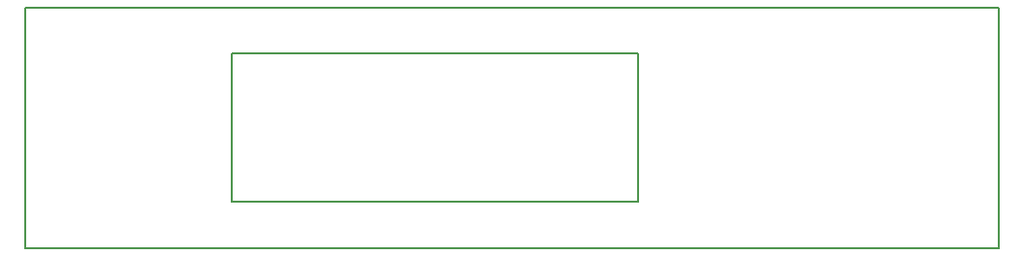
<source format=gbr>
G04 #@! TF.GenerationSoftware,KiCad,Pcbnew,no-vcs-found*
G04 #@! TF.CreationDate,2018-05-22T13:07:31+02:00*
G04 #@! TF.ProjectId,3dsimo_kit,336473696D6F5F6B69742E6B69636164,100A*
G04 #@! TF.SameCoordinates,Original
G04 #@! TF.FileFunction,Profile,NP*
%FSLAX46Y46*%
G04 Gerber Fmt 4.6, Leading zero omitted, Abs format (unit mm)*
G04 Created by KiCad (PCBNEW no-vcs-found) date 05/22/18 13:07:31*
%MOMM*%
%LPD*%
G01*
G04 APERTURE LIST*
%ADD10C,0.100000*%
%ADD11C,0.150000*%
%ADD12C,0.200000*%
G04 APERTURE END LIST*
D10*
D11*
X83625000Y-67175000D02*
X83625000Y-67175000D01*
X119125000Y-67175000D02*
X83625000Y-67175000D01*
X119125000Y-54175000D02*
X119125000Y-67175000D01*
X83625000Y-54175000D02*
X119125035Y-54175000D01*
X83625000Y-67175000D02*
X83625000Y-54175000D01*
D12*
X65625000Y-50175000D02*
X65625000Y-71175000D01*
X150625000Y-50175000D02*
X65625000Y-50175000D01*
X150625000Y-71175000D02*
X150625000Y-50175000D01*
X65625000Y-71175000D02*
X150625000Y-71175000D01*
M02*

</source>
